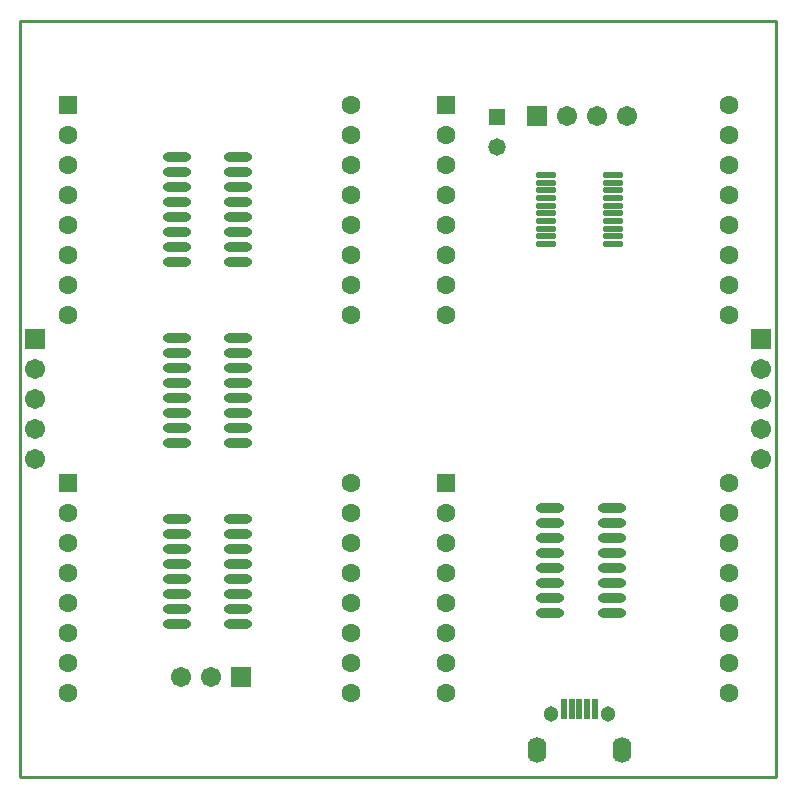
<source format=gbs>
G04 Layer_Color=16711935*
%FSLAX25Y25*%
%MOIN*%
G70*
G01*
G75*
%ADD13C,0.01000*%
%ADD27O,0.06312X0.08674*%
%ADD28C,0.05131*%
%ADD29R,0.06706X0.06706*%
%ADD30C,0.06706*%
%ADD31C,0.05800*%
%ADD32R,0.05800X0.05800*%
%ADD33R,0.06706X0.06706*%
%ADD34C,0.06312*%
%ADD35R,0.06312X0.06312*%
%ADD36R,0.02375X0.07099*%
%ADD37O,0.09461X0.03162*%
%ADD38O,0.06706X0.02178*%
D13*
X0Y252000D02*
X252000D01*
Y0D02*
Y252000D01*
X0Y0D02*
X252000D01*
X0D02*
Y252000D01*
D27*
X200624Y8928D02*
D03*
X172081D02*
D03*
D28*
X176753Y20750D02*
D03*
X195847D02*
D03*
D29*
X73600Y33100D02*
D03*
X172300Y220106D02*
D03*
D30*
X63600Y33100D02*
D03*
X53600D02*
D03*
X5000Y106000D02*
D03*
Y116000D02*
D03*
Y126000D02*
D03*
Y136000D02*
D03*
X247000Y106000D02*
D03*
Y116000D02*
D03*
Y126000D02*
D03*
Y136000D02*
D03*
X202300Y220106D02*
D03*
X192300D02*
D03*
X182300D02*
D03*
D31*
X158700Y210000D02*
D03*
D32*
Y220000D02*
D03*
D33*
X5000Y146000D02*
D03*
X247000D02*
D03*
D34*
X236244Y98000D02*
D03*
Y88000D02*
D03*
X141756D02*
D03*
Y78000D02*
D03*
Y68000D02*
D03*
Y58000D02*
D03*
Y48000D02*
D03*
Y38000D02*
D03*
X236244Y78000D02*
D03*
Y68000D02*
D03*
Y58000D02*
D03*
Y48000D02*
D03*
Y38000D02*
D03*
Y28000D02*
D03*
X141756D02*
D03*
X236244Y224000D02*
D03*
Y214000D02*
D03*
X141756D02*
D03*
Y204000D02*
D03*
Y194000D02*
D03*
Y184000D02*
D03*
Y174000D02*
D03*
Y164000D02*
D03*
X236244Y204000D02*
D03*
Y194000D02*
D03*
Y184000D02*
D03*
Y174000D02*
D03*
Y164000D02*
D03*
Y154000D02*
D03*
X141756D02*
D03*
X110244Y224000D02*
D03*
Y214000D02*
D03*
X15756D02*
D03*
Y204000D02*
D03*
Y194000D02*
D03*
Y184000D02*
D03*
Y174000D02*
D03*
Y164000D02*
D03*
X110244Y204000D02*
D03*
Y194000D02*
D03*
Y184000D02*
D03*
Y174000D02*
D03*
Y164000D02*
D03*
Y154000D02*
D03*
X15756D02*
D03*
X110244Y98000D02*
D03*
Y88000D02*
D03*
X15756D02*
D03*
Y78000D02*
D03*
Y68000D02*
D03*
Y58000D02*
D03*
Y48000D02*
D03*
Y38000D02*
D03*
X110244Y78000D02*
D03*
Y68000D02*
D03*
Y58000D02*
D03*
Y48000D02*
D03*
Y38000D02*
D03*
Y28000D02*
D03*
X15756D02*
D03*
D35*
X141756Y98000D02*
D03*
Y224000D02*
D03*
X15756D02*
D03*
Y98000D02*
D03*
D36*
X191418Y22400D02*
D03*
X181182D02*
D03*
X188859D02*
D03*
X186300D02*
D03*
X183741D02*
D03*
D37*
X197036Y54600D02*
D03*
Y59600D02*
D03*
Y64600D02*
D03*
Y69600D02*
D03*
Y74600D02*
D03*
Y79600D02*
D03*
Y84600D02*
D03*
Y89600D02*
D03*
X176564D02*
D03*
Y84600D02*
D03*
Y79600D02*
D03*
Y74600D02*
D03*
Y69600D02*
D03*
Y64600D02*
D03*
Y59600D02*
D03*
Y54600D02*
D03*
X72536Y50800D02*
D03*
Y55800D02*
D03*
Y60800D02*
D03*
Y65800D02*
D03*
Y70800D02*
D03*
Y75800D02*
D03*
Y80800D02*
D03*
Y85800D02*
D03*
X52064D02*
D03*
Y80800D02*
D03*
Y75800D02*
D03*
Y70800D02*
D03*
Y65800D02*
D03*
Y60800D02*
D03*
Y55800D02*
D03*
Y50800D02*
D03*
Y206500D02*
D03*
Y201500D02*
D03*
Y196500D02*
D03*
Y191500D02*
D03*
Y186500D02*
D03*
Y181500D02*
D03*
Y176500D02*
D03*
Y171500D02*
D03*
X72536D02*
D03*
Y176500D02*
D03*
Y181500D02*
D03*
Y186500D02*
D03*
Y191500D02*
D03*
Y196500D02*
D03*
Y201500D02*
D03*
Y206500D02*
D03*
Y111150D02*
D03*
Y116150D02*
D03*
Y121150D02*
D03*
Y126150D02*
D03*
Y131150D02*
D03*
Y136150D02*
D03*
Y141150D02*
D03*
Y146150D02*
D03*
X52064D02*
D03*
Y141150D02*
D03*
Y136150D02*
D03*
Y131150D02*
D03*
Y126150D02*
D03*
Y121150D02*
D03*
Y116150D02*
D03*
Y111150D02*
D03*
D38*
X197627Y200516D02*
D03*
Y197957D02*
D03*
Y195398D02*
D03*
Y192839D02*
D03*
Y190279D02*
D03*
Y187721D02*
D03*
Y185161D02*
D03*
Y182602D02*
D03*
Y180043D02*
D03*
Y177484D02*
D03*
X175186Y200516D02*
D03*
Y197957D02*
D03*
Y195398D02*
D03*
Y192839D02*
D03*
Y190279D02*
D03*
Y187721D02*
D03*
Y185161D02*
D03*
Y182602D02*
D03*
Y180043D02*
D03*
Y177484D02*
D03*
M02*

</source>
